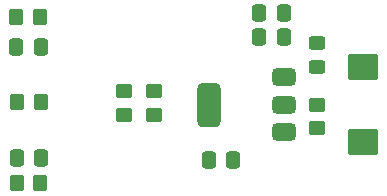
<source format=gbr>
%TF.GenerationSoftware,KiCad,Pcbnew,9.0.1*%
%TF.CreationDate,2025-10-10T15:40:47-03:00*%
%TF.ProjectId,minisumo,6d696e69-7375-46d6-9f2e-6b696361645f,rev?*%
%TF.SameCoordinates,Original*%
%TF.FileFunction,Paste,Bot*%
%TF.FilePolarity,Positive*%
%FSLAX46Y46*%
G04 Gerber Fmt 4.6, Leading zero omitted, Abs format (unit mm)*
G04 Created by KiCad (PCBNEW 9.0.1) date 2025-10-10 15:40:47*
%MOMM*%
%LPD*%
G01*
G04 APERTURE LIST*
G04 Aperture macros list*
%AMRoundRect*
0 Rectangle with rounded corners*
0 $1 Rounding radius*
0 $2 $3 $4 $5 $6 $7 $8 $9 X,Y pos of 4 corners*
0 Add a 4 corners polygon primitive as box body*
4,1,4,$2,$3,$4,$5,$6,$7,$8,$9,$2,$3,0*
0 Add four circle primitives for the rounded corners*
1,1,$1+$1,$2,$3*
1,1,$1+$1,$4,$5*
1,1,$1+$1,$6,$7*
1,1,$1+$1,$8,$9*
0 Add four rect primitives between the rounded corners*
20,1,$1+$1,$2,$3,$4,$5,0*
20,1,$1+$1,$4,$5,$6,$7,0*
20,1,$1+$1,$6,$7,$8,$9,0*
20,1,$1+$1,$8,$9,$2,$3,0*%
G04 Aperture macros list end*
%ADD10RoundRect,0.250000X-0.337500X-0.475000X0.337500X-0.475000X0.337500X0.475000X-0.337500X0.475000X0*%
%ADD11RoundRect,0.250000X-0.350000X-0.450000X0.350000X-0.450000X0.350000X0.450000X-0.350000X0.450000X0*%
%ADD12RoundRect,0.250001X1.044999X-0.872499X1.044999X0.872499X-1.044999X0.872499X-1.044999X-0.872499X0*%
%ADD13RoundRect,0.250000X-0.450000X0.325000X-0.450000X-0.325000X0.450000X-0.325000X0.450000X0.325000X0*%
%ADD14RoundRect,0.250000X0.337500X0.475000X-0.337500X0.475000X-0.337500X-0.475000X0.337500X-0.475000X0*%
%ADD15RoundRect,0.250000X-0.450000X0.350000X-0.450000X-0.350000X0.450000X-0.350000X0.450000X0.350000X0*%
%ADD16RoundRect,0.375000X0.625000X0.375000X-0.625000X0.375000X-0.625000X-0.375000X0.625000X-0.375000X0*%
%ADD17RoundRect,0.500000X0.500000X1.400000X-0.500000X1.400000X-0.500000X-1.400000X0.500000X-1.400000X0*%
G04 APERTURE END LIST*
D10*
%TO.C,C10*%
X184862500Y-77500000D03*
X186937500Y-77500000D03*
%TD*%
D11*
%TO.C,R10*%
X184900000Y-72800000D03*
X186900000Y-72800000D03*
%TD*%
D10*
%TO.C,C11*%
X184825000Y-68100000D03*
X186900000Y-68100000D03*
%TD*%
D12*
%TO.C,CE2*%
X214175000Y-76207500D03*
X214175000Y-69792500D03*
%TD*%
D13*
%TO.C,R4*%
X210270000Y-67775000D03*
X210270000Y-69825000D03*
%TD*%
D10*
%TO.C,CE4*%
X201100000Y-77700000D03*
X203175000Y-77700000D03*
%TD*%
D14*
%TO.C,CE3*%
X207450000Y-65275000D03*
X205375000Y-65275000D03*
%TD*%
D15*
%TO.C,R7*%
X196470000Y-71850000D03*
X196470000Y-73850000D03*
%TD*%
D11*
%TO.C,R11*%
X184862500Y-79650000D03*
X186862500Y-79650000D03*
%TD*%
D15*
%TO.C,R6*%
X193930000Y-71850000D03*
X193930000Y-73850000D03*
%TD*%
D14*
%TO.C,C5*%
X207450000Y-67300000D03*
X205375000Y-67300000D03*
%TD*%
D11*
%TO.C,R12*%
X184825000Y-65600000D03*
X186825000Y-65600000D03*
%TD*%
D16*
%TO.C,U2*%
X207450000Y-70700000D03*
X207450000Y-73000000D03*
D17*
X201150000Y-73000000D03*
D16*
X207450000Y-75300000D03*
%TD*%
D15*
%TO.C,R5*%
X210270000Y-73000000D03*
X210270000Y-75000000D03*
%TD*%
M02*

</source>
